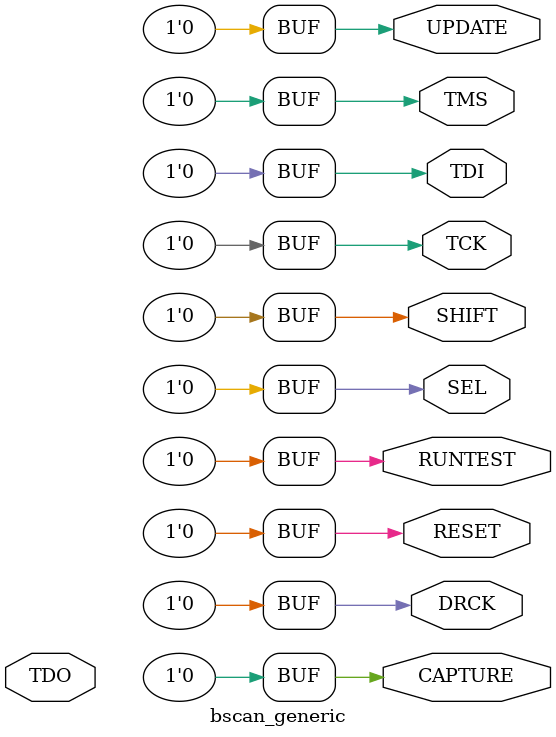
<source format=sv>
`default_nettype none

module clock_buffer_generic(input wire ing, output wire outg);

`ifdef FPGA
   
BUFH buf1(.I(ing), .O(outg));

`else

   assign outg = ing;
   
`endif
   
endmodule // clock_buffer_generic

module io_buffer_generic(inout wire inoutg, output wire outg, input wire ing, input wire ctrl);

`ifdef FPGA
   
   IOBUF #(
      .DRIVE(12), // Specify the output drive strength
      .IBUF_LOW_PWR("TRUE"),  // Low Power - "TRUE", High Performance = "FALSE" 
      .IOSTANDARD("DEFAULT"), // Specify the I/O standard
      .SLEW("SLOW") // Specify the output slew rate
   ) IOBUF_inst (
      .O(outg),     // Buffer output
      .IO(inoutg),   // Buffer inout port (connect directly to top-level port)
      .I(ing),     // Buffer input
      .T(ctrl)      // 3-state enable input, high=input, low=output
   );

`else

   assign outg = inoutg;
   assign inoutg = ctrl ? 1'bz : ing;
   
`endif
   
endmodule // io_buffer_generic

module io_buffer_fast(inout wire inoutg, output wire outg, input wire ing, input wire ctrl);

`ifdef FPGA
   
   IOBUF #(
      .DRIVE(24), // Specify the output drive strength
      .IBUF_LOW_PWR("FALSE"),  // Low Power - "TRUE", High Performance = "FALSE" 
      .IOSTANDARD("LVTTL"), // Specify the I/O standard
      .SLEW("FAST") // Specify the output slew rate
   ) IOBUF_inst (
      .O(outg),     // Buffer output
      .IO(inoutg),   // Buffer inout port (connect directly to top-level port)
      .I(ing),     // Buffer input
      .T(ctrl)      // 3-state enable input, high=input, low=output
   );

`else

   assign outg = inoutg;
   assign inoutg = ctrl ? 1'bz : ing;
   
`endif
   
endmodule // io_buffer_fast

module oddr_buffer_generic(output wire outg, input wire ing);

`ifdef FPGA
   
  ODDR #(
    .DDR_CLK_EDGE("OPPOSITE_EDGE"),
    .INIT(1'b0),
    .IS_C_INVERTED(1'b0),
    .IS_D1_INVERTED(1'b0),
    .IS_D2_INVERTED(1'b0),
    .SRTYPE("SYNC")) 
    refclk_inst
       (.C(ing),
        .CE(1'b1),
        .D1(1'b1),
        .D2(1'b0),
        .Q(outg),
        .R(1'b0),
        .S( ));

`else

   assign outg = ing;
   
`endif
   
endmodule // oddr_buffer_generic

module bscan_generic #(
    parameter integer JTAG_CHAIN = 1
 )
(output wire CAPTURE, DRCK, RESET, RUNTEST, SEL, SHIFT, TCK, TDI, TMS, UPDATE, input wire TDO);

`ifdef FPGA
   
   BSCANE2 #(
      .JTAG_CHAIN(JTAG_CHAIN)  // Value for USER command.
   )
   BSCANE2_inst (
      .CAPTURE(CAPTURE), // 1-bit output: CAPTURE output from TAP controller.
      .DRCK(DRCK),       // 1-bit output: Gated TCK output. When SEL is asserted, DRCK toggles when CAPTURE or
                         // SHIFT are asserted.
      .RESET(RESET),     // 1-bit output: Reset output for TAP controller.
      .RUNTEST(RUNTEST), // 1-bit output: Output asserted when TAP controller is in Run Test/Idle state.
      .SEL(SEL),         // 1-bit output: USER instruction active output.
      .SHIFT(SHIFT),     // 1-bit output: SHIFT output from TAP controller.
      .TCK(TCK),         // 1-bit output: Test Clock output. Fabric connection to TAP Clock pin.
      .TDI(TDI),         // 1-bit output: Test Data Input (TDI) output from TAP controller.
      .TMS(TMS),         // 1-bit output: Test Mode Select output. Fabric connection to TAP.
      .UPDATE(UPDATE),   // 1-bit output: UPDATE output from TAP controller
      .TDO(TDO)          // 1-bit input: Test Data Output (TDO) input for USER function.
   );

`else // !`ifdef FPGA

assign {CAPTURE, DRCK, RESET, RUNTEST, SEL, SHIFT, TCK, TDI, TMS, UPDATE} = 'b0;
   
`endif //  `ifdef FPGA

endmodule // bscan_generic

</source>
